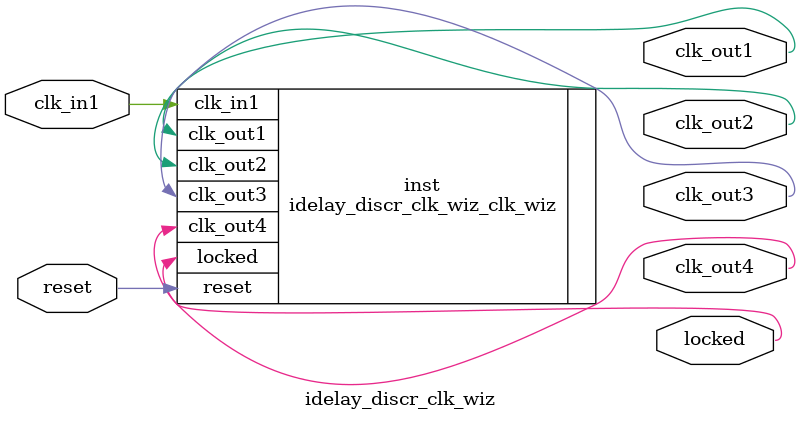
<source format=v>


`timescale 1ps/1ps

(* CORE_GENERATION_INFO = "idelay_discr_clk_wiz,clk_wiz_v6_0_3_0_0,{component_name=idelay_discr_clk_wiz,use_phase_alignment=true,use_min_o_jitter=false,use_max_i_jitter=false,use_dyn_phase_shift=false,use_inclk_switchover=false,use_dyn_reconfig=false,enable_axi=0,feedback_source=FDBK_AUTO,PRIMITIVE=MMCM,num_out_clk=4,clkin1_period=50.000,clkin2_period=10.0,use_power_down=false,use_reset=true,use_locked=true,use_inclk_stopped=false,feedback_type=SINGLE,CLOCK_MGR_TYPE=NA,manual_override=false}" *)

module idelay_discr_clk_wiz 
 (
  // Clock out ports
  output        clk_out1,
  output        clk_out2,
  output        clk_out3,
  output        clk_out4,
  // Status and control signals
  input         reset,
  output        locked,
 // Clock in ports
  input         clk_in1
 );

  idelay_discr_clk_wiz_clk_wiz inst
  (
  // Clock out ports  
  .clk_out1(clk_out1),
  .clk_out2(clk_out2),
  .clk_out3(clk_out3),
  .clk_out4(clk_out4),
  // Status and control signals               
  .reset(reset), 
  .locked(locked),
 // Clock in ports
  .clk_in1(clk_in1)
  );

endmodule

</source>
